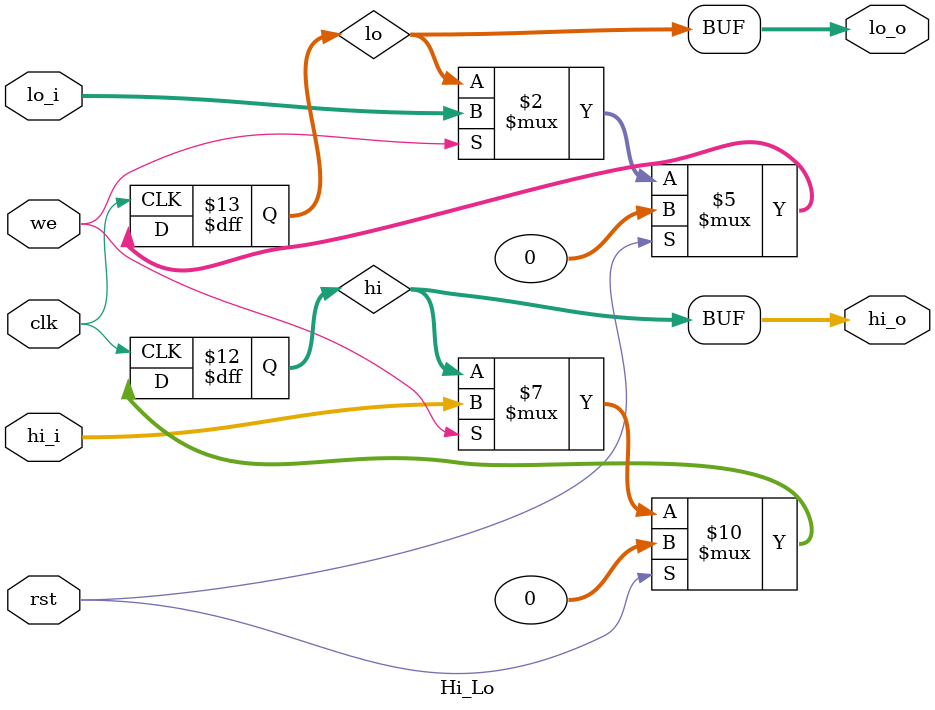
<source format=v>
`timescale 1ns / 1ps


module Hi_Lo(
	input  wire clk,rst,we,
	input  wire [31:0] hi_i,lo_i,
	output wire [31:0] hi_o,lo_o
    );
	
	reg [31:0] hi, lo;
	always @(posedge clk) begin
		if(rst) begin
			hi <= 0;
			lo <= 0;
		end else if (we) begin
			hi <= hi_i;
			lo <= lo_i;
		end
	end

	assign hi_o = hi;
	assign lo_o = lo;
endmodule
</source>
